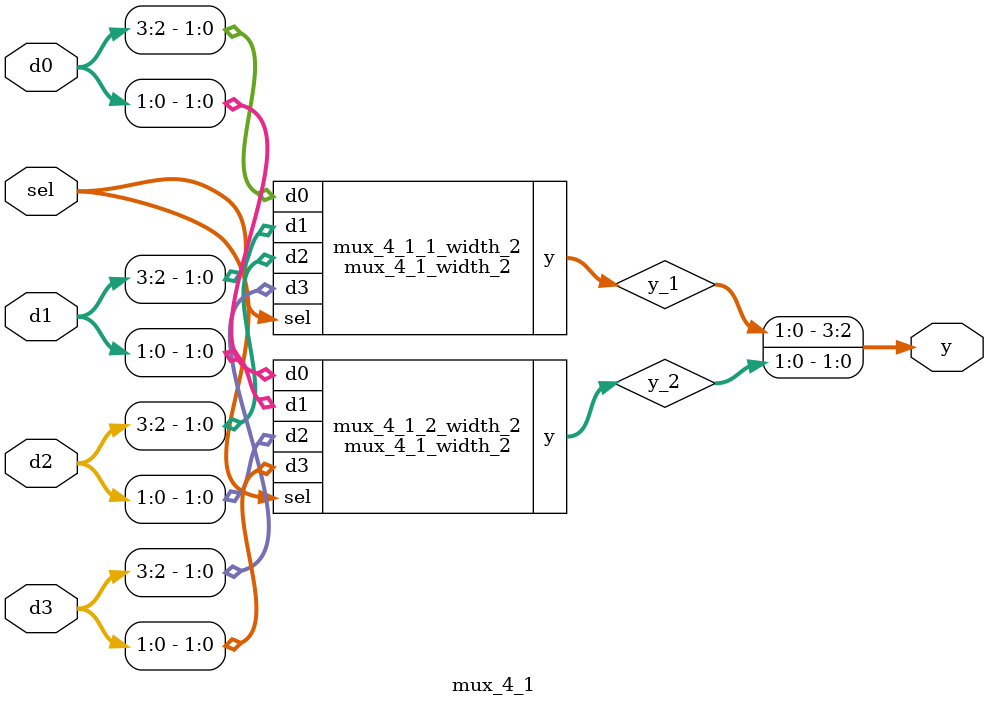
<source format=sv>

module mux_4_1_width_2
(
  input  [1:0] d0, d1, d2, d3,
  input  [1:0] sel,
  output [1:0] y
);

  assign y = sel [1] ? (sel [0] ? d3 : d2)
                     : (sel [0] ? d1 : d0);

endmodule

//----------------------------------------------------------------------------
// Task
//----------------------------------------------------------------------------

module mux_4_1
(
  input  [3:0] d0, d1, d2, d3,
  input  [1:0] sel,
  output [3:0] y
);

wire [1:0] y_1;
wire [1:0] y_2;
mux_4_1_width_2 mux_4_1_1_width_2
(   .d0  ( d0[3:2] ),
    .d1  ( d1[3:2] ),
    .d2  ( d2[3:2] ),
    .d3  ( d3[3:2] ),
    .sel ( sel     ),
    .y   ( y_1     )
);
mux_4_1_width_2 mux_4_1_2_width_2
(
    .d0  ( d0[1:0] ),
    .d2  ( d2[1:0] ),
    .d1  ( d1[1:0] ),
    .d3  ( d3[1:0] ),
    .sel ( sel     ),
    .y   ( y_2     )
);

assign y = { y_1, y_2 }; 

  // Task:
  // Implement mux_4_1 with 4-bit data
  // using two instances of mux_4_1_width_2 with 2-bit data


endmodule

</source>
